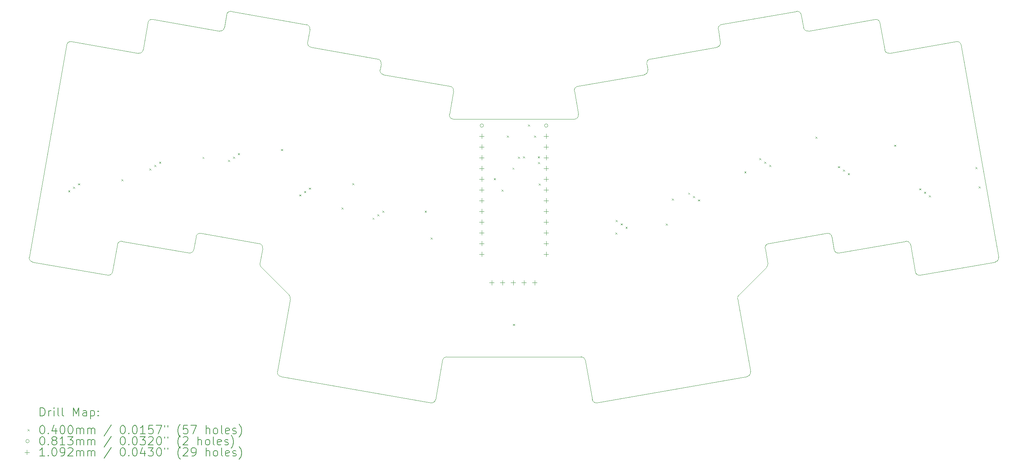
<source format=gbr>
%TF.GenerationSoftware,KiCad,Pcbnew,7.0.6*%
%TF.CreationDate,2023-07-14T18:55:36+02:00*%
%TF.ProjectId,Choc34SB,43686f63-3334-4534-922e-6b696361645f,rev?*%
%TF.SameCoordinates,Original*%
%TF.FileFunction,Drillmap*%
%TF.FilePolarity,Positive*%
%FSLAX45Y45*%
G04 Gerber Fmt 4.5, Leading zero omitted, Abs format (unit mm)*
G04 Created by KiCad (PCBNEW 7.0.6) date 2023-07-14 18:55:36*
%MOMM*%
%LPD*%
G01*
G04 APERTURE LIST*
%ADD10C,0.010000*%
%ADD11C,0.200000*%
%ADD12C,0.040000*%
%ADD13C,0.081280*%
%ADD14C,0.109220*%
G04 APERTURE END LIST*
D10*
X20076700Y-5530759D02*
X18499542Y-5808853D01*
X6734166Y-4871151D02*
G75*
G03*
X6618320Y-4952270I-17366J-98479D01*
G01*
X21282015Y-10647375D02*
X21219817Y-10294633D01*
X9297157Y-10735181D02*
X9957056Y-11400112D01*
X17244258Y-13950523D02*
X20789565Y-13325388D01*
X9984559Y-11487918D02*
G75*
G03*
X9957056Y-11400112I-98499J17358D01*
G01*
X24885440Y-10927722D02*
X26658094Y-10615155D01*
X16785928Y-6456257D02*
G75*
G03*
X16704812Y-6572101I17382J-98493D01*
G01*
X22072134Y-4762585D02*
G75*
G03*
X21956289Y-4681469I-98474J-17355D01*
G01*
X10395312Y-5415170D02*
G75*
G03*
X10476435Y-5531017I98488J-17360D01*
G01*
X13750572Y-7118175D02*
G75*
G03*
X13849050Y-7235539I98468J-17375D01*
G01*
X24656728Y-10206479D02*
G75*
G03*
X24540878Y-10125365I-98498J-17391D01*
G01*
X13846853Y-6572100D02*
G75*
G03*
X13765741Y-6456255I-98474J17370D01*
G01*
X4698066Y-5476790D02*
X3812460Y-10499309D01*
X13685388Y-12858672D02*
X16866282Y-12858671D01*
X7872007Y-9935679D02*
X9250737Y-10178787D01*
X9269654Y-10647375D02*
G75*
G03*
X9297157Y-10735181I98476J-17365D01*
G01*
X7702331Y-10322086D02*
X7756161Y-10016796D01*
X26739210Y-10499309D02*
X25853604Y-5476790D01*
X25737759Y-5395674D02*
X24162067Y-5673511D01*
X12108937Y-6062573D02*
G75*
G03*
X12190048Y-6178418I98493J-17357D01*
G01*
X21254516Y-10735185D02*
G75*
G03*
X21282015Y-10647375I-70966J70435D01*
G01*
X18499541Y-5808846D02*
G75*
G03*
X18418426Y-5924699I17369J-98484D01*
G01*
X22125970Y-5067874D02*
G75*
G03*
X22241811Y-5148991I98480J17364D01*
G01*
X24656723Y-10206480D02*
X24769595Y-10846605D01*
X9762105Y-13325389D02*
X13307412Y-13950522D01*
X18361623Y-6178421D02*
G75*
G03*
X18442737Y-6062573I-17353J98472D01*
G01*
X20076701Y-5530766D02*
G75*
G03*
X20158065Y-5416391I-17371J98486D01*
G01*
X9331854Y-10294633D02*
X9269655Y-10647375D01*
X17128412Y-13869407D02*
G75*
G03*
X17244258Y-13950523I98468J17347D01*
G01*
X24046227Y-5592393D02*
G75*
G03*
X24162067Y-5673511I98473J17353D01*
G01*
X16964768Y-12941305D02*
G75*
G03*
X16866282Y-12858671I-98488J-17375D01*
G01*
X20594615Y-11400111D02*
X21254513Y-10735182D01*
X23817504Y-4871154D02*
X22241811Y-5148991D01*
X13685388Y-12858670D02*
G75*
G03*
X13586907Y-12941307I-8J-99990D01*
G01*
X22795507Y-10016795D02*
G75*
G03*
X22679663Y-9935679I-98487J-17375D01*
G01*
X6010792Y-10125364D02*
X7586485Y-10403202D01*
X6010793Y-10125358D02*
G75*
G03*
X5894947Y-10206480I-17363J-98483D01*
G01*
X7872007Y-9935678D02*
G75*
G03*
X7756161Y-10016796I-17357J-98492D01*
G01*
X23933344Y-4952271D02*
G75*
G03*
X23817504Y-4871154I-98484J-17369D01*
G01*
X10395319Y-5415172D02*
X10449150Y-5109881D01*
X12052127Y-5808854D02*
X10476435Y-5531017D01*
X5666229Y-10927727D02*
G75*
G03*
X5782076Y-10846605I17361J98487D01*
G01*
X21300933Y-10178788D02*
G75*
G03*
X21219817Y-10294633I17368J-98482D01*
G01*
X16702619Y-7235540D02*
X13849050Y-7235539D01*
X16702619Y-7235542D02*
G75*
G03*
X16801100Y-7118174I11J99992D01*
G01*
X24046221Y-5592394D02*
X23933350Y-4952270D01*
X8479535Y-4762584D02*
X8425704Y-5067874D01*
X22849342Y-10322085D02*
G75*
G03*
X22965185Y-10403201I98488J17375D01*
G01*
X9331854Y-10294633D02*
G75*
G03*
X9250737Y-10178787I-98484J17363D01*
G01*
X18361622Y-6178418D02*
X16785928Y-6456256D01*
X20189700Y-4992966D02*
G75*
G03*
X20108336Y-5107333I17370J-98484D01*
G01*
X22125966Y-5067875D02*
X22072135Y-4762585D01*
X6618320Y-4952270D02*
X6505448Y-5592395D01*
X3812459Y-10499309D02*
G75*
G03*
X3893575Y-10615154I98471J-17371D01*
G01*
X16704812Y-6572101D02*
X16801100Y-7118174D01*
X18418426Y-5924699D02*
X18442737Y-6062573D01*
X10368034Y-4994035D02*
X8595380Y-4681469D01*
X16964763Y-12941306D02*
X17128412Y-13869407D01*
X13423259Y-13869406D02*
X13586907Y-12941307D01*
X8595380Y-4681467D02*
G75*
G03*
X8479535Y-4762584I-17370J-98473D01*
G01*
X6389604Y-5673511D02*
X4813911Y-5395673D01*
X26658094Y-10615154D02*
G75*
G03*
X26739210Y-10499309I-17384J98494D01*
G01*
X20108336Y-5107333D02*
X20158066Y-5416391D01*
X6389603Y-5673512D02*
G75*
G03*
X6505448Y-5592395I17357J98492D01*
G01*
X20789565Y-13325384D02*
G75*
G03*
X20870682Y-13209543I-17355J98474D01*
G01*
X12108933Y-6062572D02*
X12133243Y-5924700D01*
X5782076Y-10846605D02*
X5894947Y-10206480D01*
X21300932Y-10178787D02*
X22679663Y-9935679D01*
X24769595Y-10846605D02*
G75*
G03*
X24885440Y-10927722I98475J17355D01*
G01*
X7586484Y-10403204D02*
G75*
G03*
X7702331Y-10322086I17356J98494D01*
G01*
X21956289Y-4681469D02*
X20189700Y-4992966D01*
X10449152Y-5109881D02*
G75*
G03*
X10368034Y-4994035I-98472J17371D01*
G01*
X25853600Y-5476791D02*
G75*
G03*
X25737759Y-5395674I-98470J-17349D01*
G01*
X22795509Y-10016795D02*
X22849339Y-10322086D01*
X22965185Y-10403201D02*
X24540878Y-10125365D01*
X8309858Y-5148991D02*
G75*
G03*
X8425704Y-5067874I17372J98471D01*
G01*
X13765741Y-6456255D02*
X12190048Y-6178418D01*
X3893575Y-10615154D02*
X5666230Y-10927722D01*
X8309858Y-5148991D02*
X6734166Y-4871154D01*
X13307413Y-13950518D02*
G75*
G03*
X13423259Y-13869406I17367J98478D01*
G01*
X9984558Y-11487917D02*
X9680988Y-13209543D01*
X13750570Y-7118175D02*
X13846858Y-6572101D01*
X20870682Y-13209543D02*
X20567112Y-11487917D01*
X9680988Y-13209543D02*
G75*
G03*
X9762105Y-13325389I98492J-17357D01*
G01*
X4813912Y-5395666D02*
G75*
G03*
X4698066Y-5476790I-17362J-98484D01*
G01*
X12133243Y-5924700D02*
G75*
G03*
X12052127Y-5808854I-98503J17350D01*
G01*
X20594618Y-11400114D02*
G75*
G03*
X20567112Y-11487917I70952J-70436D01*
G01*
D11*
D12*
X4732858Y-8915675D02*
X4772858Y-8955675D01*
X4772858Y-8915675D02*
X4732858Y-8955675D01*
X4848704Y-8834559D02*
X4888704Y-8874559D01*
X4888704Y-8834559D02*
X4848704Y-8874559D01*
X4964549Y-8753443D02*
X5004549Y-8793443D01*
X5004549Y-8753443D02*
X4964549Y-8793443D01*
X5988193Y-8655510D02*
X6028193Y-8695510D01*
X6028193Y-8655510D02*
X5988193Y-8695510D01*
X6651376Y-8401003D02*
X6691376Y-8441003D01*
X6691376Y-8401003D02*
X6651376Y-8441003D01*
X6767222Y-8319887D02*
X6807222Y-8359887D01*
X6807222Y-8319887D02*
X6767222Y-8359887D01*
X6883067Y-8238771D02*
X6923067Y-8278771D01*
X6923067Y-8238771D02*
X6883067Y-8278771D01*
X7909316Y-8126065D02*
X7949316Y-8166065D01*
X7949316Y-8126065D02*
X7909316Y-8166065D01*
X8514327Y-8201470D02*
X8554327Y-8241470D01*
X8554327Y-8201470D02*
X8514327Y-8241470D01*
X8630172Y-8120354D02*
X8670172Y-8160354D01*
X8670172Y-8120354D02*
X8630172Y-8160354D01*
X8746018Y-8039238D02*
X8786018Y-8079238D01*
X8786018Y-8039238D02*
X8746018Y-8079238D01*
X9769663Y-7941304D02*
X9809663Y-7981304D01*
X9809663Y-7941304D02*
X9769663Y-7981304D01*
X10198421Y-9016288D02*
X10238421Y-9056288D01*
X10238421Y-9016288D02*
X10198421Y-9056288D01*
X10314266Y-8935172D02*
X10354266Y-8975172D01*
X10354266Y-8935172D02*
X10314266Y-8975172D01*
X10430112Y-8854057D02*
X10470112Y-8894057D01*
X10470112Y-8854057D02*
X10430112Y-8894057D01*
X11195566Y-9323597D02*
X11235566Y-9363597D01*
X11235566Y-9323597D02*
X11195566Y-9363597D01*
X11454624Y-8751199D02*
X11494624Y-8791199D01*
X11494624Y-8751199D02*
X11454624Y-8791199D01*
X11929399Y-9565209D02*
X11969399Y-9605209D01*
X11969399Y-9565209D02*
X11929399Y-9605209D01*
X12045244Y-9484093D02*
X12085244Y-9524093D01*
X12085244Y-9484093D02*
X12045244Y-9524093D01*
X12161090Y-9402977D02*
X12201090Y-9442977D01*
X12201090Y-9402977D02*
X12161090Y-9442977D01*
X13167370Y-9403524D02*
X13207370Y-9443524D01*
X13207370Y-9403524D02*
X13167370Y-9443524D01*
X13305981Y-10036603D02*
X13345981Y-10076603D01*
X13345981Y-10036603D02*
X13305981Y-10076603D01*
X14801462Y-8632011D02*
X14841462Y-8672011D01*
X14841462Y-8632011D02*
X14801462Y-8672011D01*
X14981462Y-8902011D02*
X15021462Y-8942011D01*
X15021462Y-8902011D02*
X14981462Y-8942011D01*
X15111462Y-7622010D02*
X15151462Y-7662010D01*
X15151462Y-7622010D02*
X15111462Y-7662010D01*
X15241462Y-8382010D02*
X15281462Y-8422010D01*
X15281462Y-8382010D02*
X15241462Y-8422010D01*
X15254387Y-12079804D02*
X15294387Y-12119804D01*
X15294387Y-12079804D02*
X15254387Y-12119804D01*
X15371462Y-8122010D02*
X15411462Y-8162010D01*
X15411462Y-8122010D02*
X15371462Y-8162010D01*
X15491462Y-8112010D02*
X15531462Y-8152010D01*
X15531462Y-8112010D02*
X15491462Y-8152010D01*
X15611462Y-7362010D02*
X15651462Y-7402010D01*
X15651462Y-7362010D02*
X15611462Y-7402010D01*
X15751462Y-7622010D02*
X15791462Y-7662010D01*
X15791462Y-7622010D02*
X15751462Y-7662010D01*
X15841463Y-8112010D02*
X15881463Y-8152010D01*
X15881463Y-8112010D02*
X15841463Y-8152010D01*
X15844387Y-8249804D02*
X15884387Y-8289804D01*
X15884387Y-8249804D02*
X15844387Y-8289804D01*
X15864150Y-8759327D02*
X15904150Y-8799327D01*
X15904150Y-8759327D02*
X15864150Y-8799327D01*
X17674538Y-9914689D02*
X17714538Y-9954689D01*
X17714538Y-9914689D02*
X17674538Y-9954689D01*
X17683451Y-9620009D02*
X17723451Y-9660009D01*
X17723451Y-9620009D02*
X17683451Y-9660009D01*
X17799296Y-9701126D02*
X17839296Y-9741126D01*
X17839296Y-9701126D02*
X17799296Y-9741126D01*
X17915142Y-9782241D02*
X17955142Y-9822241D01*
X17955142Y-9782241D02*
X17915142Y-9822241D01*
X18866706Y-9707696D02*
X18906706Y-9747696D01*
X18906706Y-9707696D02*
X18866706Y-9747696D01*
X19012048Y-9110719D02*
X19052048Y-9150719D01*
X19052048Y-9110719D02*
X19012048Y-9150719D01*
X19397064Y-8972609D02*
X19437064Y-9012609D01*
X19437064Y-8972609D02*
X19397064Y-9012609D01*
X19512909Y-9053724D02*
X19552909Y-9093724D01*
X19552909Y-9053724D02*
X19512909Y-9093724D01*
X19628755Y-9134840D02*
X19668755Y-9174840D01*
X19668755Y-9134840D02*
X19628755Y-9174840D01*
X20726530Y-8468241D02*
X20766530Y-8508241D01*
X20766530Y-8468241D02*
X20726530Y-8508241D01*
X21081158Y-8157789D02*
X21121158Y-8197789D01*
X21121158Y-8157789D02*
X21081158Y-8197789D01*
X21197003Y-8238905D02*
X21237003Y-8278905D01*
X21237003Y-8238905D02*
X21197003Y-8278905D01*
X21312849Y-8320021D02*
X21352849Y-8360021D01*
X21352849Y-8320021D02*
X21312849Y-8360021D01*
X22409755Y-7648499D02*
X22449755Y-7688499D01*
X22449755Y-7648499D02*
X22409755Y-7688499D01*
X22942371Y-8347475D02*
X22982371Y-8387475D01*
X22982371Y-8347475D02*
X22942371Y-8387475D01*
X23058217Y-8428591D02*
X23098217Y-8468591D01*
X23098217Y-8428591D02*
X23058217Y-8468591D01*
X23174063Y-8509707D02*
X23214063Y-8549707D01*
X23214063Y-8509707D02*
X23174063Y-8549707D01*
X24270969Y-7838184D02*
X24310969Y-7878184D01*
X24310969Y-7838184D02*
X24270969Y-7878184D01*
X24862627Y-8871995D02*
X24902627Y-8911995D01*
X24902627Y-8871995D02*
X24862627Y-8911995D01*
X24978472Y-8953111D02*
X25018472Y-8993111D01*
X25018472Y-8953111D02*
X24978472Y-8993111D01*
X25094317Y-9034227D02*
X25134317Y-9074227D01*
X25134317Y-9034227D02*
X25094317Y-9074227D01*
X26192093Y-8367627D02*
X26232093Y-8407628D01*
X26232093Y-8367627D02*
X26192093Y-8407628D01*
X26271163Y-8828396D02*
X26311163Y-8868396D01*
X26311163Y-8828396D02*
X26271163Y-8868396D01*
D13*
X14555508Y-7385871D02*
G75*
G03*
X14555508Y-7385871I-40640J0D01*
G01*
X16078858Y-7385871D02*
G75*
G03*
X16078858Y-7385871I-40640J0D01*
G01*
D14*
X14513834Y-7582604D02*
X14513834Y-7691824D01*
X14459224Y-7637214D02*
X14568444Y-7637214D01*
X14513834Y-7836604D02*
X14513834Y-7945824D01*
X14459224Y-7891214D02*
X14568444Y-7891214D01*
X14513834Y-8090604D02*
X14513834Y-8199824D01*
X14459224Y-8145214D02*
X14568444Y-8145214D01*
X14513834Y-8344604D02*
X14513834Y-8453824D01*
X14459224Y-8399214D02*
X14568444Y-8399214D01*
X14513834Y-8598604D02*
X14513834Y-8707824D01*
X14459224Y-8653214D02*
X14568444Y-8653214D01*
X14513834Y-8852604D02*
X14513834Y-8961824D01*
X14459224Y-8907214D02*
X14568444Y-8907214D01*
X14513834Y-9106604D02*
X14513834Y-9215824D01*
X14459224Y-9161214D02*
X14568444Y-9161214D01*
X14513834Y-9360604D02*
X14513834Y-9469824D01*
X14459224Y-9415214D02*
X14568444Y-9415214D01*
X14513834Y-9614604D02*
X14513834Y-9723824D01*
X14459224Y-9669214D02*
X14568444Y-9669214D01*
X14513834Y-9868604D02*
X14513834Y-9977824D01*
X14459224Y-9923214D02*
X14568444Y-9923214D01*
X14513834Y-10122604D02*
X14513834Y-10231824D01*
X14459224Y-10177214D02*
X14568444Y-10177214D01*
X14513834Y-10376604D02*
X14513834Y-10485824D01*
X14459224Y-10431214D02*
X14568444Y-10431214D01*
X14751835Y-11050929D02*
X14751835Y-11160149D01*
X14697225Y-11105539D02*
X14806445Y-11105539D01*
X15005835Y-11050929D02*
X15005835Y-11160149D01*
X14951225Y-11105539D02*
X15060445Y-11105539D01*
X15259835Y-11050929D02*
X15259835Y-11160149D01*
X15205225Y-11105539D02*
X15314445Y-11105539D01*
X15513835Y-11050929D02*
X15513835Y-11160149D01*
X15459225Y-11105539D02*
X15568445Y-11105539D01*
X15767835Y-11050929D02*
X15767835Y-11160149D01*
X15713225Y-11105539D02*
X15822445Y-11105539D01*
X16037834Y-7582604D02*
X16037834Y-7691824D01*
X15983224Y-7637214D02*
X16092444Y-7637214D01*
X16037834Y-7836604D02*
X16037834Y-7945824D01*
X15983224Y-7891214D02*
X16092444Y-7891214D01*
X16037834Y-8090604D02*
X16037834Y-8199824D01*
X15983224Y-8145214D02*
X16092444Y-8145214D01*
X16037834Y-8344604D02*
X16037834Y-8453824D01*
X15983224Y-8399214D02*
X16092444Y-8399214D01*
X16037834Y-8598604D02*
X16037834Y-8707824D01*
X15983224Y-8653214D02*
X16092444Y-8653214D01*
X16037834Y-8852604D02*
X16037834Y-8961824D01*
X15983224Y-8907214D02*
X16092444Y-8907214D01*
X16037834Y-9106604D02*
X16037834Y-9215824D01*
X15983224Y-9161214D02*
X16092444Y-9161214D01*
X16037834Y-9360604D02*
X16037834Y-9469824D01*
X15983224Y-9415214D02*
X16092444Y-9415214D01*
X16037834Y-9614604D02*
X16037834Y-9723824D01*
X15983224Y-9669214D02*
X16092444Y-9669214D01*
X16037834Y-9868604D02*
X16037834Y-9977824D01*
X15983224Y-9923214D02*
X16092444Y-9923214D01*
X16037834Y-10122604D02*
X16037834Y-10231824D01*
X15983224Y-10177214D02*
X16092444Y-10177214D01*
X16037834Y-10376604D02*
X16037834Y-10485824D01*
X15983224Y-10431214D02*
X16092444Y-10431214D01*
D11*
X4071215Y-14264028D02*
X4071215Y-14064028D01*
X4071215Y-14064028D02*
X4118834Y-14064028D01*
X4118834Y-14064028D02*
X4147405Y-14073552D01*
X4147405Y-14073552D02*
X4166453Y-14092600D01*
X4166453Y-14092600D02*
X4175977Y-14111647D01*
X4175977Y-14111647D02*
X4185501Y-14149742D01*
X4185501Y-14149742D02*
X4185501Y-14178314D01*
X4185501Y-14178314D02*
X4175977Y-14216409D01*
X4175977Y-14216409D02*
X4166453Y-14235457D01*
X4166453Y-14235457D02*
X4147405Y-14254504D01*
X4147405Y-14254504D02*
X4118834Y-14264028D01*
X4118834Y-14264028D02*
X4071215Y-14264028D01*
X4271215Y-14264028D02*
X4271215Y-14130695D01*
X4271215Y-14168790D02*
X4280739Y-14149742D01*
X4280739Y-14149742D02*
X4290263Y-14140219D01*
X4290263Y-14140219D02*
X4309310Y-14130695D01*
X4309310Y-14130695D02*
X4328358Y-14130695D01*
X4395025Y-14264028D02*
X4395025Y-14130695D01*
X4395025Y-14064028D02*
X4385501Y-14073552D01*
X4385501Y-14073552D02*
X4395025Y-14083076D01*
X4395025Y-14083076D02*
X4404548Y-14073552D01*
X4404548Y-14073552D02*
X4395025Y-14064028D01*
X4395025Y-14064028D02*
X4395025Y-14083076D01*
X4518834Y-14264028D02*
X4499786Y-14254504D01*
X4499786Y-14254504D02*
X4490263Y-14235457D01*
X4490263Y-14235457D02*
X4490263Y-14064028D01*
X4623596Y-14264028D02*
X4604548Y-14254504D01*
X4604548Y-14254504D02*
X4595025Y-14235457D01*
X4595025Y-14235457D02*
X4595025Y-14064028D01*
X4852167Y-14264028D02*
X4852167Y-14064028D01*
X4852167Y-14064028D02*
X4918834Y-14206885D01*
X4918834Y-14206885D02*
X4985501Y-14064028D01*
X4985501Y-14064028D02*
X4985501Y-14264028D01*
X5166453Y-14264028D02*
X5166453Y-14159266D01*
X5166453Y-14159266D02*
X5156929Y-14140219D01*
X5156929Y-14140219D02*
X5137882Y-14130695D01*
X5137882Y-14130695D02*
X5099786Y-14130695D01*
X5099786Y-14130695D02*
X5080739Y-14140219D01*
X5166453Y-14254504D02*
X5147406Y-14264028D01*
X5147406Y-14264028D02*
X5099786Y-14264028D01*
X5099786Y-14264028D02*
X5080739Y-14254504D01*
X5080739Y-14254504D02*
X5071215Y-14235457D01*
X5071215Y-14235457D02*
X5071215Y-14216409D01*
X5071215Y-14216409D02*
X5080739Y-14197362D01*
X5080739Y-14197362D02*
X5099786Y-14187838D01*
X5099786Y-14187838D02*
X5147406Y-14187838D01*
X5147406Y-14187838D02*
X5166453Y-14178314D01*
X5261691Y-14130695D02*
X5261691Y-14330695D01*
X5261691Y-14140219D02*
X5280739Y-14130695D01*
X5280739Y-14130695D02*
X5318834Y-14130695D01*
X5318834Y-14130695D02*
X5337882Y-14140219D01*
X5337882Y-14140219D02*
X5347406Y-14149742D01*
X5347406Y-14149742D02*
X5356929Y-14168790D01*
X5356929Y-14168790D02*
X5356929Y-14225933D01*
X5356929Y-14225933D02*
X5347406Y-14244981D01*
X5347406Y-14244981D02*
X5337882Y-14254504D01*
X5337882Y-14254504D02*
X5318834Y-14264028D01*
X5318834Y-14264028D02*
X5280739Y-14264028D01*
X5280739Y-14264028D02*
X5261691Y-14254504D01*
X5442644Y-14244981D02*
X5452167Y-14254504D01*
X5452167Y-14254504D02*
X5442644Y-14264028D01*
X5442644Y-14264028D02*
X5433120Y-14254504D01*
X5433120Y-14254504D02*
X5442644Y-14244981D01*
X5442644Y-14244981D02*
X5442644Y-14264028D01*
X5442644Y-14140219D02*
X5452167Y-14149742D01*
X5452167Y-14149742D02*
X5442644Y-14159266D01*
X5442644Y-14159266D02*
X5433120Y-14149742D01*
X5433120Y-14149742D02*
X5442644Y-14140219D01*
X5442644Y-14140219D02*
X5442644Y-14159266D01*
D12*
X3770438Y-14572544D02*
X3810438Y-14612544D01*
X3810438Y-14572544D02*
X3770438Y-14612544D01*
D11*
X4109310Y-14484028D02*
X4128358Y-14484028D01*
X4128358Y-14484028D02*
X4147405Y-14493552D01*
X4147405Y-14493552D02*
X4156929Y-14503076D01*
X4156929Y-14503076D02*
X4166453Y-14522123D01*
X4166453Y-14522123D02*
X4175977Y-14560219D01*
X4175977Y-14560219D02*
X4175977Y-14607838D01*
X4175977Y-14607838D02*
X4166453Y-14645933D01*
X4166453Y-14645933D02*
X4156929Y-14664981D01*
X4156929Y-14664981D02*
X4147405Y-14674504D01*
X4147405Y-14674504D02*
X4128358Y-14684028D01*
X4128358Y-14684028D02*
X4109310Y-14684028D01*
X4109310Y-14684028D02*
X4090263Y-14674504D01*
X4090263Y-14674504D02*
X4080739Y-14664981D01*
X4080739Y-14664981D02*
X4071215Y-14645933D01*
X4071215Y-14645933D02*
X4061691Y-14607838D01*
X4061691Y-14607838D02*
X4061691Y-14560219D01*
X4061691Y-14560219D02*
X4071215Y-14522123D01*
X4071215Y-14522123D02*
X4080739Y-14503076D01*
X4080739Y-14503076D02*
X4090263Y-14493552D01*
X4090263Y-14493552D02*
X4109310Y-14484028D01*
X4261691Y-14664981D02*
X4271215Y-14674504D01*
X4271215Y-14674504D02*
X4261691Y-14684028D01*
X4261691Y-14684028D02*
X4252167Y-14674504D01*
X4252167Y-14674504D02*
X4261691Y-14664981D01*
X4261691Y-14664981D02*
X4261691Y-14684028D01*
X4442644Y-14550695D02*
X4442644Y-14684028D01*
X4395025Y-14474504D02*
X4347406Y-14617362D01*
X4347406Y-14617362D02*
X4471215Y-14617362D01*
X4585501Y-14484028D02*
X4604548Y-14484028D01*
X4604548Y-14484028D02*
X4623596Y-14493552D01*
X4623596Y-14493552D02*
X4633120Y-14503076D01*
X4633120Y-14503076D02*
X4642644Y-14522123D01*
X4642644Y-14522123D02*
X4652167Y-14560219D01*
X4652167Y-14560219D02*
X4652167Y-14607838D01*
X4652167Y-14607838D02*
X4642644Y-14645933D01*
X4642644Y-14645933D02*
X4633120Y-14664981D01*
X4633120Y-14664981D02*
X4623596Y-14674504D01*
X4623596Y-14674504D02*
X4604548Y-14684028D01*
X4604548Y-14684028D02*
X4585501Y-14684028D01*
X4585501Y-14684028D02*
X4566453Y-14674504D01*
X4566453Y-14674504D02*
X4556929Y-14664981D01*
X4556929Y-14664981D02*
X4547406Y-14645933D01*
X4547406Y-14645933D02*
X4537882Y-14607838D01*
X4537882Y-14607838D02*
X4537882Y-14560219D01*
X4537882Y-14560219D02*
X4547406Y-14522123D01*
X4547406Y-14522123D02*
X4556929Y-14503076D01*
X4556929Y-14503076D02*
X4566453Y-14493552D01*
X4566453Y-14493552D02*
X4585501Y-14484028D01*
X4775977Y-14484028D02*
X4795025Y-14484028D01*
X4795025Y-14484028D02*
X4814072Y-14493552D01*
X4814072Y-14493552D02*
X4823596Y-14503076D01*
X4823596Y-14503076D02*
X4833120Y-14522123D01*
X4833120Y-14522123D02*
X4842644Y-14560219D01*
X4842644Y-14560219D02*
X4842644Y-14607838D01*
X4842644Y-14607838D02*
X4833120Y-14645933D01*
X4833120Y-14645933D02*
X4823596Y-14664981D01*
X4823596Y-14664981D02*
X4814072Y-14674504D01*
X4814072Y-14674504D02*
X4795025Y-14684028D01*
X4795025Y-14684028D02*
X4775977Y-14684028D01*
X4775977Y-14684028D02*
X4756929Y-14674504D01*
X4756929Y-14674504D02*
X4747406Y-14664981D01*
X4747406Y-14664981D02*
X4737882Y-14645933D01*
X4737882Y-14645933D02*
X4728358Y-14607838D01*
X4728358Y-14607838D02*
X4728358Y-14560219D01*
X4728358Y-14560219D02*
X4737882Y-14522123D01*
X4737882Y-14522123D02*
X4747406Y-14503076D01*
X4747406Y-14503076D02*
X4756929Y-14493552D01*
X4756929Y-14493552D02*
X4775977Y-14484028D01*
X4928358Y-14684028D02*
X4928358Y-14550695D01*
X4928358Y-14569742D02*
X4937882Y-14560219D01*
X4937882Y-14560219D02*
X4956929Y-14550695D01*
X4956929Y-14550695D02*
X4985501Y-14550695D01*
X4985501Y-14550695D02*
X5004548Y-14560219D01*
X5004548Y-14560219D02*
X5014072Y-14579266D01*
X5014072Y-14579266D02*
X5014072Y-14684028D01*
X5014072Y-14579266D02*
X5023596Y-14560219D01*
X5023596Y-14560219D02*
X5042644Y-14550695D01*
X5042644Y-14550695D02*
X5071215Y-14550695D01*
X5071215Y-14550695D02*
X5090263Y-14560219D01*
X5090263Y-14560219D02*
X5099787Y-14579266D01*
X5099787Y-14579266D02*
X5099787Y-14684028D01*
X5195025Y-14684028D02*
X5195025Y-14550695D01*
X5195025Y-14569742D02*
X5204548Y-14560219D01*
X5204548Y-14560219D02*
X5223596Y-14550695D01*
X5223596Y-14550695D02*
X5252168Y-14550695D01*
X5252168Y-14550695D02*
X5271215Y-14560219D01*
X5271215Y-14560219D02*
X5280739Y-14579266D01*
X5280739Y-14579266D02*
X5280739Y-14684028D01*
X5280739Y-14579266D02*
X5290263Y-14560219D01*
X5290263Y-14560219D02*
X5309310Y-14550695D01*
X5309310Y-14550695D02*
X5337882Y-14550695D01*
X5337882Y-14550695D02*
X5356929Y-14560219D01*
X5356929Y-14560219D02*
X5366453Y-14579266D01*
X5366453Y-14579266D02*
X5366453Y-14684028D01*
X5756929Y-14474504D02*
X5585501Y-14731647D01*
X6014072Y-14484028D02*
X6033120Y-14484028D01*
X6033120Y-14484028D02*
X6052168Y-14493552D01*
X6052168Y-14493552D02*
X6061691Y-14503076D01*
X6061691Y-14503076D02*
X6071215Y-14522123D01*
X6071215Y-14522123D02*
X6080739Y-14560219D01*
X6080739Y-14560219D02*
X6080739Y-14607838D01*
X6080739Y-14607838D02*
X6071215Y-14645933D01*
X6071215Y-14645933D02*
X6061691Y-14664981D01*
X6061691Y-14664981D02*
X6052168Y-14674504D01*
X6052168Y-14674504D02*
X6033120Y-14684028D01*
X6033120Y-14684028D02*
X6014072Y-14684028D01*
X6014072Y-14684028D02*
X5995025Y-14674504D01*
X5995025Y-14674504D02*
X5985501Y-14664981D01*
X5985501Y-14664981D02*
X5975977Y-14645933D01*
X5975977Y-14645933D02*
X5966453Y-14607838D01*
X5966453Y-14607838D02*
X5966453Y-14560219D01*
X5966453Y-14560219D02*
X5975977Y-14522123D01*
X5975977Y-14522123D02*
X5985501Y-14503076D01*
X5985501Y-14503076D02*
X5995025Y-14493552D01*
X5995025Y-14493552D02*
X6014072Y-14484028D01*
X6166453Y-14664981D02*
X6175977Y-14674504D01*
X6175977Y-14674504D02*
X6166453Y-14684028D01*
X6166453Y-14684028D02*
X6156929Y-14674504D01*
X6156929Y-14674504D02*
X6166453Y-14664981D01*
X6166453Y-14664981D02*
X6166453Y-14684028D01*
X6299787Y-14484028D02*
X6318834Y-14484028D01*
X6318834Y-14484028D02*
X6337882Y-14493552D01*
X6337882Y-14493552D02*
X6347406Y-14503076D01*
X6347406Y-14503076D02*
X6356929Y-14522123D01*
X6356929Y-14522123D02*
X6366453Y-14560219D01*
X6366453Y-14560219D02*
X6366453Y-14607838D01*
X6366453Y-14607838D02*
X6356929Y-14645933D01*
X6356929Y-14645933D02*
X6347406Y-14664981D01*
X6347406Y-14664981D02*
X6337882Y-14674504D01*
X6337882Y-14674504D02*
X6318834Y-14684028D01*
X6318834Y-14684028D02*
X6299787Y-14684028D01*
X6299787Y-14684028D02*
X6280739Y-14674504D01*
X6280739Y-14674504D02*
X6271215Y-14664981D01*
X6271215Y-14664981D02*
X6261691Y-14645933D01*
X6261691Y-14645933D02*
X6252168Y-14607838D01*
X6252168Y-14607838D02*
X6252168Y-14560219D01*
X6252168Y-14560219D02*
X6261691Y-14522123D01*
X6261691Y-14522123D02*
X6271215Y-14503076D01*
X6271215Y-14503076D02*
X6280739Y-14493552D01*
X6280739Y-14493552D02*
X6299787Y-14484028D01*
X6556929Y-14684028D02*
X6442644Y-14684028D01*
X6499787Y-14684028D02*
X6499787Y-14484028D01*
X6499787Y-14484028D02*
X6480739Y-14512600D01*
X6480739Y-14512600D02*
X6461691Y-14531647D01*
X6461691Y-14531647D02*
X6442644Y-14541171D01*
X6737882Y-14484028D02*
X6642644Y-14484028D01*
X6642644Y-14484028D02*
X6633120Y-14579266D01*
X6633120Y-14579266D02*
X6642644Y-14569742D01*
X6642644Y-14569742D02*
X6661691Y-14560219D01*
X6661691Y-14560219D02*
X6709310Y-14560219D01*
X6709310Y-14560219D02*
X6728358Y-14569742D01*
X6728358Y-14569742D02*
X6737882Y-14579266D01*
X6737882Y-14579266D02*
X6747406Y-14598314D01*
X6747406Y-14598314D02*
X6747406Y-14645933D01*
X6747406Y-14645933D02*
X6737882Y-14664981D01*
X6737882Y-14664981D02*
X6728358Y-14674504D01*
X6728358Y-14674504D02*
X6709310Y-14684028D01*
X6709310Y-14684028D02*
X6661691Y-14684028D01*
X6661691Y-14684028D02*
X6642644Y-14674504D01*
X6642644Y-14674504D02*
X6633120Y-14664981D01*
X6814072Y-14484028D02*
X6947406Y-14484028D01*
X6947406Y-14484028D02*
X6861691Y-14684028D01*
X7014072Y-14484028D02*
X7014072Y-14522123D01*
X7090263Y-14484028D02*
X7090263Y-14522123D01*
X7385501Y-14760219D02*
X7375977Y-14750695D01*
X7375977Y-14750695D02*
X7356930Y-14722123D01*
X7356930Y-14722123D02*
X7347406Y-14703076D01*
X7347406Y-14703076D02*
X7337882Y-14674504D01*
X7337882Y-14674504D02*
X7328358Y-14626885D01*
X7328358Y-14626885D02*
X7328358Y-14588790D01*
X7328358Y-14588790D02*
X7337882Y-14541171D01*
X7337882Y-14541171D02*
X7347406Y-14512600D01*
X7347406Y-14512600D02*
X7356930Y-14493552D01*
X7356930Y-14493552D02*
X7375977Y-14464981D01*
X7375977Y-14464981D02*
X7385501Y-14455457D01*
X7556930Y-14484028D02*
X7461691Y-14484028D01*
X7461691Y-14484028D02*
X7452168Y-14579266D01*
X7452168Y-14579266D02*
X7461691Y-14569742D01*
X7461691Y-14569742D02*
X7480739Y-14560219D01*
X7480739Y-14560219D02*
X7528358Y-14560219D01*
X7528358Y-14560219D02*
X7547406Y-14569742D01*
X7547406Y-14569742D02*
X7556930Y-14579266D01*
X7556930Y-14579266D02*
X7566453Y-14598314D01*
X7566453Y-14598314D02*
X7566453Y-14645933D01*
X7566453Y-14645933D02*
X7556930Y-14664981D01*
X7556930Y-14664981D02*
X7547406Y-14674504D01*
X7547406Y-14674504D02*
X7528358Y-14684028D01*
X7528358Y-14684028D02*
X7480739Y-14684028D01*
X7480739Y-14684028D02*
X7461691Y-14674504D01*
X7461691Y-14674504D02*
X7452168Y-14664981D01*
X7633120Y-14484028D02*
X7766453Y-14484028D01*
X7766453Y-14484028D02*
X7680739Y-14684028D01*
X7995025Y-14684028D02*
X7995025Y-14484028D01*
X8080739Y-14684028D02*
X8080739Y-14579266D01*
X8080739Y-14579266D02*
X8071215Y-14560219D01*
X8071215Y-14560219D02*
X8052168Y-14550695D01*
X8052168Y-14550695D02*
X8023596Y-14550695D01*
X8023596Y-14550695D02*
X8004549Y-14560219D01*
X8004549Y-14560219D02*
X7995025Y-14569742D01*
X8204549Y-14684028D02*
X8185501Y-14674504D01*
X8185501Y-14674504D02*
X8175977Y-14664981D01*
X8175977Y-14664981D02*
X8166453Y-14645933D01*
X8166453Y-14645933D02*
X8166453Y-14588790D01*
X8166453Y-14588790D02*
X8175977Y-14569742D01*
X8175977Y-14569742D02*
X8185501Y-14560219D01*
X8185501Y-14560219D02*
X8204549Y-14550695D01*
X8204549Y-14550695D02*
X8233120Y-14550695D01*
X8233120Y-14550695D02*
X8252168Y-14560219D01*
X8252168Y-14560219D02*
X8261692Y-14569742D01*
X8261692Y-14569742D02*
X8271215Y-14588790D01*
X8271215Y-14588790D02*
X8271215Y-14645933D01*
X8271215Y-14645933D02*
X8261692Y-14664981D01*
X8261692Y-14664981D02*
X8252168Y-14674504D01*
X8252168Y-14674504D02*
X8233120Y-14684028D01*
X8233120Y-14684028D02*
X8204549Y-14684028D01*
X8385501Y-14684028D02*
X8366453Y-14674504D01*
X8366453Y-14674504D02*
X8356930Y-14655457D01*
X8356930Y-14655457D02*
X8356930Y-14484028D01*
X8537882Y-14674504D02*
X8518835Y-14684028D01*
X8518835Y-14684028D02*
X8480739Y-14684028D01*
X8480739Y-14684028D02*
X8461692Y-14674504D01*
X8461692Y-14674504D02*
X8452168Y-14655457D01*
X8452168Y-14655457D02*
X8452168Y-14579266D01*
X8452168Y-14579266D02*
X8461692Y-14560219D01*
X8461692Y-14560219D02*
X8480739Y-14550695D01*
X8480739Y-14550695D02*
X8518835Y-14550695D01*
X8518835Y-14550695D02*
X8537882Y-14560219D01*
X8537882Y-14560219D02*
X8547406Y-14579266D01*
X8547406Y-14579266D02*
X8547406Y-14598314D01*
X8547406Y-14598314D02*
X8452168Y-14617362D01*
X8623596Y-14674504D02*
X8642644Y-14684028D01*
X8642644Y-14684028D02*
X8680739Y-14684028D01*
X8680739Y-14684028D02*
X8699787Y-14674504D01*
X8699787Y-14674504D02*
X8709311Y-14655457D01*
X8709311Y-14655457D02*
X8709311Y-14645933D01*
X8709311Y-14645933D02*
X8699787Y-14626885D01*
X8699787Y-14626885D02*
X8680739Y-14617362D01*
X8680739Y-14617362D02*
X8652168Y-14617362D01*
X8652168Y-14617362D02*
X8633120Y-14607838D01*
X8633120Y-14607838D02*
X8623596Y-14588790D01*
X8623596Y-14588790D02*
X8623596Y-14579266D01*
X8623596Y-14579266D02*
X8633120Y-14560219D01*
X8633120Y-14560219D02*
X8652168Y-14550695D01*
X8652168Y-14550695D02*
X8680739Y-14550695D01*
X8680739Y-14550695D02*
X8699787Y-14560219D01*
X8775977Y-14760219D02*
X8785501Y-14750695D01*
X8785501Y-14750695D02*
X8804549Y-14722123D01*
X8804549Y-14722123D02*
X8814073Y-14703076D01*
X8814073Y-14703076D02*
X8823596Y-14674504D01*
X8823596Y-14674504D02*
X8833120Y-14626885D01*
X8833120Y-14626885D02*
X8833120Y-14588790D01*
X8833120Y-14588790D02*
X8823596Y-14541171D01*
X8823596Y-14541171D02*
X8814073Y-14512600D01*
X8814073Y-14512600D02*
X8804549Y-14493552D01*
X8804549Y-14493552D02*
X8785501Y-14464981D01*
X8785501Y-14464981D02*
X8775977Y-14455457D01*
D13*
X3810438Y-14856544D02*
G75*
G03*
X3810438Y-14856544I-40640J0D01*
G01*
D11*
X4109310Y-14748028D02*
X4128358Y-14748028D01*
X4128358Y-14748028D02*
X4147405Y-14757552D01*
X4147405Y-14757552D02*
X4156929Y-14767076D01*
X4156929Y-14767076D02*
X4166453Y-14786123D01*
X4166453Y-14786123D02*
X4175977Y-14824219D01*
X4175977Y-14824219D02*
X4175977Y-14871838D01*
X4175977Y-14871838D02*
X4166453Y-14909933D01*
X4166453Y-14909933D02*
X4156929Y-14928981D01*
X4156929Y-14928981D02*
X4147405Y-14938504D01*
X4147405Y-14938504D02*
X4128358Y-14948028D01*
X4128358Y-14948028D02*
X4109310Y-14948028D01*
X4109310Y-14948028D02*
X4090263Y-14938504D01*
X4090263Y-14938504D02*
X4080739Y-14928981D01*
X4080739Y-14928981D02*
X4071215Y-14909933D01*
X4071215Y-14909933D02*
X4061691Y-14871838D01*
X4061691Y-14871838D02*
X4061691Y-14824219D01*
X4061691Y-14824219D02*
X4071215Y-14786123D01*
X4071215Y-14786123D02*
X4080739Y-14767076D01*
X4080739Y-14767076D02*
X4090263Y-14757552D01*
X4090263Y-14757552D02*
X4109310Y-14748028D01*
X4261691Y-14928981D02*
X4271215Y-14938504D01*
X4271215Y-14938504D02*
X4261691Y-14948028D01*
X4261691Y-14948028D02*
X4252167Y-14938504D01*
X4252167Y-14938504D02*
X4261691Y-14928981D01*
X4261691Y-14928981D02*
X4261691Y-14948028D01*
X4385501Y-14833742D02*
X4366453Y-14824219D01*
X4366453Y-14824219D02*
X4356929Y-14814695D01*
X4356929Y-14814695D02*
X4347406Y-14795647D01*
X4347406Y-14795647D02*
X4347406Y-14786123D01*
X4347406Y-14786123D02*
X4356929Y-14767076D01*
X4356929Y-14767076D02*
X4366453Y-14757552D01*
X4366453Y-14757552D02*
X4385501Y-14748028D01*
X4385501Y-14748028D02*
X4423596Y-14748028D01*
X4423596Y-14748028D02*
X4442644Y-14757552D01*
X4442644Y-14757552D02*
X4452167Y-14767076D01*
X4452167Y-14767076D02*
X4461691Y-14786123D01*
X4461691Y-14786123D02*
X4461691Y-14795647D01*
X4461691Y-14795647D02*
X4452167Y-14814695D01*
X4452167Y-14814695D02*
X4442644Y-14824219D01*
X4442644Y-14824219D02*
X4423596Y-14833742D01*
X4423596Y-14833742D02*
X4385501Y-14833742D01*
X4385501Y-14833742D02*
X4366453Y-14843266D01*
X4366453Y-14843266D02*
X4356929Y-14852790D01*
X4356929Y-14852790D02*
X4347406Y-14871838D01*
X4347406Y-14871838D02*
X4347406Y-14909933D01*
X4347406Y-14909933D02*
X4356929Y-14928981D01*
X4356929Y-14928981D02*
X4366453Y-14938504D01*
X4366453Y-14938504D02*
X4385501Y-14948028D01*
X4385501Y-14948028D02*
X4423596Y-14948028D01*
X4423596Y-14948028D02*
X4442644Y-14938504D01*
X4442644Y-14938504D02*
X4452167Y-14928981D01*
X4452167Y-14928981D02*
X4461691Y-14909933D01*
X4461691Y-14909933D02*
X4461691Y-14871838D01*
X4461691Y-14871838D02*
X4452167Y-14852790D01*
X4452167Y-14852790D02*
X4442644Y-14843266D01*
X4442644Y-14843266D02*
X4423596Y-14833742D01*
X4652167Y-14948028D02*
X4537882Y-14948028D01*
X4595025Y-14948028D02*
X4595025Y-14748028D01*
X4595025Y-14748028D02*
X4575977Y-14776600D01*
X4575977Y-14776600D02*
X4556929Y-14795647D01*
X4556929Y-14795647D02*
X4537882Y-14805171D01*
X4718834Y-14748028D02*
X4842644Y-14748028D01*
X4842644Y-14748028D02*
X4775977Y-14824219D01*
X4775977Y-14824219D02*
X4804548Y-14824219D01*
X4804548Y-14824219D02*
X4823596Y-14833742D01*
X4823596Y-14833742D02*
X4833120Y-14843266D01*
X4833120Y-14843266D02*
X4842644Y-14862314D01*
X4842644Y-14862314D02*
X4842644Y-14909933D01*
X4842644Y-14909933D02*
X4833120Y-14928981D01*
X4833120Y-14928981D02*
X4823596Y-14938504D01*
X4823596Y-14938504D02*
X4804548Y-14948028D01*
X4804548Y-14948028D02*
X4747406Y-14948028D01*
X4747406Y-14948028D02*
X4728358Y-14938504D01*
X4728358Y-14938504D02*
X4718834Y-14928981D01*
X4928358Y-14948028D02*
X4928358Y-14814695D01*
X4928358Y-14833742D02*
X4937882Y-14824219D01*
X4937882Y-14824219D02*
X4956929Y-14814695D01*
X4956929Y-14814695D02*
X4985501Y-14814695D01*
X4985501Y-14814695D02*
X5004548Y-14824219D01*
X5004548Y-14824219D02*
X5014072Y-14843266D01*
X5014072Y-14843266D02*
X5014072Y-14948028D01*
X5014072Y-14843266D02*
X5023596Y-14824219D01*
X5023596Y-14824219D02*
X5042644Y-14814695D01*
X5042644Y-14814695D02*
X5071215Y-14814695D01*
X5071215Y-14814695D02*
X5090263Y-14824219D01*
X5090263Y-14824219D02*
X5099787Y-14843266D01*
X5099787Y-14843266D02*
X5099787Y-14948028D01*
X5195025Y-14948028D02*
X5195025Y-14814695D01*
X5195025Y-14833742D02*
X5204548Y-14824219D01*
X5204548Y-14824219D02*
X5223596Y-14814695D01*
X5223596Y-14814695D02*
X5252168Y-14814695D01*
X5252168Y-14814695D02*
X5271215Y-14824219D01*
X5271215Y-14824219D02*
X5280739Y-14843266D01*
X5280739Y-14843266D02*
X5280739Y-14948028D01*
X5280739Y-14843266D02*
X5290263Y-14824219D01*
X5290263Y-14824219D02*
X5309310Y-14814695D01*
X5309310Y-14814695D02*
X5337882Y-14814695D01*
X5337882Y-14814695D02*
X5356929Y-14824219D01*
X5356929Y-14824219D02*
X5366453Y-14843266D01*
X5366453Y-14843266D02*
X5366453Y-14948028D01*
X5756929Y-14738504D02*
X5585501Y-14995647D01*
X6014072Y-14748028D02*
X6033120Y-14748028D01*
X6033120Y-14748028D02*
X6052168Y-14757552D01*
X6052168Y-14757552D02*
X6061691Y-14767076D01*
X6061691Y-14767076D02*
X6071215Y-14786123D01*
X6071215Y-14786123D02*
X6080739Y-14824219D01*
X6080739Y-14824219D02*
X6080739Y-14871838D01*
X6080739Y-14871838D02*
X6071215Y-14909933D01*
X6071215Y-14909933D02*
X6061691Y-14928981D01*
X6061691Y-14928981D02*
X6052168Y-14938504D01*
X6052168Y-14938504D02*
X6033120Y-14948028D01*
X6033120Y-14948028D02*
X6014072Y-14948028D01*
X6014072Y-14948028D02*
X5995025Y-14938504D01*
X5995025Y-14938504D02*
X5985501Y-14928981D01*
X5985501Y-14928981D02*
X5975977Y-14909933D01*
X5975977Y-14909933D02*
X5966453Y-14871838D01*
X5966453Y-14871838D02*
X5966453Y-14824219D01*
X5966453Y-14824219D02*
X5975977Y-14786123D01*
X5975977Y-14786123D02*
X5985501Y-14767076D01*
X5985501Y-14767076D02*
X5995025Y-14757552D01*
X5995025Y-14757552D02*
X6014072Y-14748028D01*
X6166453Y-14928981D02*
X6175977Y-14938504D01*
X6175977Y-14938504D02*
X6166453Y-14948028D01*
X6166453Y-14948028D02*
X6156929Y-14938504D01*
X6156929Y-14938504D02*
X6166453Y-14928981D01*
X6166453Y-14928981D02*
X6166453Y-14948028D01*
X6299787Y-14748028D02*
X6318834Y-14748028D01*
X6318834Y-14748028D02*
X6337882Y-14757552D01*
X6337882Y-14757552D02*
X6347406Y-14767076D01*
X6347406Y-14767076D02*
X6356929Y-14786123D01*
X6356929Y-14786123D02*
X6366453Y-14824219D01*
X6366453Y-14824219D02*
X6366453Y-14871838D01*
X6366453Y-14871838D02*
X6356929Y-14909933D01*
X6356929Y-14909933D02*
X6347406Y-14928981D01*
X6347406Y-14928981D02*
X6337882Y-14938504D01*
X6337882Y-14938504D02*
X6318834Y-14948028D01*
X6318834Y-14948028D02*
X6299787Y-14948028D01*
X6299787Y-14948028D02*
X6280739Y-14938504D01*
X6280739Y-14938504D02*
X6271215Y-14928981D01*
X6271215Y-14928981D02*
X6261691Y-14909933D01*
X6261691Y-14909933D02*
X6252168Y-14871838D01*
X6252168Y-14871838D02*
X6252168Y-14824219D01*
X6252168Y-14824219D02*
X6261691Y-14786123D01*
X6261691Y-14786123D02*
X6271215Y-14767076D01*
X6271215Y-14767076D02*
X6280739Y-14757552D01*
X6280739Y-14757552D02*
X6299787Y-14748028D01*
X6433120Y-14748028D02*
X6556929Y-14748028D01*
X6556929Y-14748028D02*
X6490263Y-14824219D01*
X6490263Y-14824219D02*
X6518834Y-14824219D01*
X6518834Y-14824219D02*
X6537882Y-14833742D01*
X6537882Y-14833742D02*
X6547406Y-14843266D01*
X6547406Y-14843266D02*
X6556929Y-14862314D01*
X6556929Y-14862314D02*
X6556929Y-14909933D01*
X6556929Y-14909933D02*
X6547406Y-14928981D01*
X6547406Y-14928981D02*
X6537882Y-14938504D01*
X6537882Y-14938504D02*
X6518834Y-14948028D01*
X6518834Y-14948028D02*
X6461691Y-14948028D01*
X6461691Y-14948028D02*
X6442644Y-14938504D01*
X6442644Y-14938504D02*
X6433120Y-14928981D01*
X6633120Y-14767076D02*
X6642644Y-14757552D01*
X6642644Y-14757552D02*
X6661691Y-14748028D01*
X6661691Y-14748028D02*
X6709310Y-14748028D01*
X6709310Y-14748028D02*
X6728358Y-14757552D01*
X6728358Y-14757552D02*
X6737882Y-14767076D01*
X6737882Y-14767076D02*
X6747406Y-14786123D01*
X6747406Y-14786123D02*
X6747406Y-14805171D01*
X6747406Y-14805171D02*
X6737882Y-14833742D01*
X6737882Y-14833742D02*
X6623596Y-14948028D01*
X6623596Y-14948028D02*
X6747406Y-14948028D01*
X6871215Y-14748028D02*
X6890263Y-14748028D01*
X6890263Y-14748028D02*
X6909310Y-14757552D01*
X6909310Y-14757552D02*
X6918834Y-14767076D01*
X6918834Y-14767076D02*
X6928358Y-14786123D01*
X6928358Y-14786123D02*
X6937882Y-14824219D01*
X6937882Y-14824219D02*
X6937882Y-14871838D01*
X6937882Y-14871838D02*
X6928358Y-14909933D01*
X6928358Y-14909933D02*
X6918834Y-14928981D01*
X6918834Y-14928981D02*
X6909310Y-14938504D01*
X6909310Y-14938504D02*
X6890263Y-14948028D01*
X6890263Y-14948028D02*
X6871215Y-14948028D01*
X6871215Y-14948028D02*
X6852168Y-14938504D01*
X6852168Y-14938504D02*
X6842644Y-14928981D01*
X6842644Y-14928981D02*
X6833120Y-14909933D01*
X6833120Y-14909933D02*
X6823596Y-14871838D01*
X6823596Y-14871838D02*
X6823596Y-14824219D01*
X6823596Y-14824219D02*
X6833120Y-14786123D01*
X6833120Y-14786123D02*
X6842644Y-14767076D01*
X6842644Y-14767076D02*
X6852168Y-14757552D01*
X6852168Y-14757552D02*
X6871215Y-14748028D01*
X7014072Y-14748028D02*
X7014072Y-14786123D01*
X7090263Y-14748028D02*
X7090263Y-14786123D01*
X7385501Y-15024219D02*
X7375977Y-15014695D01*
X7375977Y-15014695D02*
X7356930Y-14986123D01*
X7356930Y-14986123D02*
X7347406Y-14967076D01*
X7347406Y-14967076D02*
X7337882Y-14938504D01*
X7337882Y-14938504D02*
X7328358Y-14890885D01*
X7328358Y-14890885D02*
X7328358Y-14852790D01*
X7328358Y-14852790D02*
X7337882Y-14805171D01*
X7337882Y-14805171D02*
X7347406Y-14776600D01*
X7347406Y-14776600D02*
X7356930Y-14757552D01*
X7356930Y-14757552D02*
X7375977Y-14728981D01*
X7375977Y-14728981D02*
X7385501Y-14719457D01*
X7452168Y-14767076D02*
X7461691Y-14757552D01*
X7461691Y-14757552D02*
X7480739Y-14748028D01*
X7480739Y-14748028D02*
X7528358Y-14748028D01*
X7528358Y-14748028D02*
X7547406Y-14757552D01*
X7547406Y-14757552D02*
X7556930Y-14767076D01*
X7556930Y-14767076D02*
X7566453Y-14786123D01*
X7566453Y-14786123D02*
X7566453Y-14805171D01*
X7566453Y-14805171D02*
X7556930Y-14833742D01*
X7556930Y-14833742D02*
X7442644Y-14948028D01*
X7442644Y-14948028D02*
X7566453Y-14948028D01*
X7804549Y-14948028D02*
X7804549Y-14748028D01*
X7890263Y-14948028D02*
X7890263Y-14843266D01*
X7890263Y-14843266D02*
X7880739Y-14824219D01*
X7880739Y-14824219D02*
X7861692Y-14814695D01*
X7861692Y-14814695D02*
X7833120Y-14814695D01*
X7833120Y-14814695D02*
X7814072Y-14824219D01*
X7814072Y-14824219D02*
X7804549Y-14833742D01*
X8014072Y-14948028D02*
X7995025Y-14938504D01*
X7995025Y-14938504D02*
X7985501Y-14928981D01*
X7985501Y-14928981D02*
X7975977Y-14909933D01*
X7975977Y-14909933D02*
X7975977Y-14852790D01*
X7975977Y-14852790D02*
X7985501Y-14833742D01*
X7985501Y-14833742D02*
X7995025Y-14824219D01*
X7995025Y-14824219D02*
X8014072Y-14814695D01*
X8014072Y-14814695D02*
X8042644Y-14814695D01*
X8042644Y-14814695D02*
X8061692Y-14824219D01*
X8061692Y-14824219D02*
X8071215Y-14833742D01*
X8071215Y-14833742D02*
X8080739Y-14852790D01*
X8080739Y-14852790D02*
X8080739Y-14909933D01*
X8080739Y-14909933D02*
X8071215Y-14928981D01*
X8071215Y-14928981D02*
X8061692Y-14938504D01*
X8061692Y-14938504D02*
X8042644Y-14948028D01*
X8042644Y-14948028D02*
X8014072Y-14948028D01*
X8195025Y-14948028D02*
X8175977Y-14938504D01*
X8175977Y-14938504D02*
X8166453Y-14919457D01*
X8166453Y-14919457D02*
X8166453Y-14748028D01*
X8347406Y-14938504D02*
X8328358Y-14948028D01*
X8328358Y-14948028D02*
X8290263Y-14948028D01*
X8290263Y-14948028D02*
X8271215Y-14938504D01*
X8271215Y-14938504D02*
X8261692Y-14919457D01*
X8261692Y-14919457D02*
X8261692Y-14843266D01*
X8261692Y-14843266D02*
X8271215Y-14824219D01*
X8271215Y-14824219D02*
X8290263Y-14814695D01*
X8290263Y-14814695D02*
X8328358Y-14814695D01*
X8328358Y-14814695D02*
X8347406Y-14824219D01*
X8347406Y-14824219D02*
X8356930Y-14843266D01*
X8356930Y-14843266D02*
X8356930Y-14862314D01*
X8356930Y-14862314D02*
X8261692Y-14881362D01*
X8433120Y-14938504D02*
X8452168Y-14948028D01*
X8452168Y-14948028D02*
X8490263Y-14948028D01*
X8490263Y-14948028D02*
X8509311Y-14938504D01*
X8509311Y-14938504D02*
X8518835Y-14919457D01*
X8518835Y-14919457D02*
X8518835Y-14909933D01*
X8518835Y-14909933D02*
X8509311Y-14890885D01*
X8509311Y-14890885D02*
X8490263Y-14881362D01*
X8490263Y-14881362D02*
X8461692Y-14881362D01*
X8461692Y-14881362D02*
X8442644Y-14871838D01*
X8442644Y-14871838D02*
X8433120Y-14852790D01*
X8433120Y-14852790D02*
X8433120Y-14843266D01*
X8433120Y-14843266D02*
X8442644Y-14824219D01*
X8442644Y-14824219D02*
X8461692Y-14814695D01*
X8461692Y-14814695D02*
X8490263Y-14814695D01*
X8490263Y-14814695D02*
X8509311Y-14824219D01*
X8585501Y-15024219D02*
X8595025Y-15014695D01*
X8595025Y-15014695D02*
X8614073Y-14986123D01*
X8614073Y-14986123D02*
X8623596Y-14967076D01*
X8623596Y-14967076D02*
X8633120Y-14938504D01*
X8633120Y-14938504D02*
X8642644Y-14890885D01*
X8642644Y-14890885D02*
X8642644Y-14852790D01*
X8642644Y-14852790D02*
X8633120Y-14805171D01*
X8633120Y-14805171D02*
X8623596Y-14776600D01*
X8623596Y-14776600D02*
X8614073Y-14757552D01*
X8614073Y-14757552D02*
X8595025Y-14728981D01*
X8595025Y-14728981D02*
X8585501Y-14719457D01*
D14*
X3755828Y-15065934D02*
X3755828Y-15175154D01*
X3701218Y-15120544D02*
X3810438Y-15120544D01*
D11*
X4175977Y-15212028D02*
X4061691Y-15212028D01*
X4118834Y-15212028D02*
X4118834Y-15012028D01*
X4118834Y-15012028D02*
X4099786Y-15040600D01*
X4099786Y-15040600D02*
X4080739Y-15059647D01*
X4080739Y-15059647D02*
X4061691Y-15069171D01*
X4261691Y-15192981D02*
X4271215Y-15202504D01*
X4271215Y-15202504D02*
X4261691Y-15212028D01*
X4261691Y-15212028D02*
X4252167Y-15202504D01*
X4252167Y-15202504D02*
X4261691Y-15192981D01*
X4261691Y-15192981D02*
X4261691Y-15212028D01*
X4395025Y-15012028D02*
X4414072Y-15012028D01*
X4414072Y-15012028D02*
X4433120Y-15021552D01*
X4433120Y-15021552D02*
X4442644Y-15031076D01*
X4442644Y-15031076D02*
X4452167Y-15050123D01*
X4452167Y-15050123D02*
X4461691Y-15088219D01*
X4461691Y-15088219D02*
X4461691Y-15135838D01*
X4461691Y-15135838D02*
X4452167Y-15173933D01*
X4452167Y-15173933D02*
X4442644Y-15192981D01*
X4442644Y-15192981D02*
X4433120Y-15202504D01*
X4433120Y-15202504D02*
X4414072Y-15212028D01*
X4414072Y-15212028D02*
X4395025Y-15212028D01*
X4395025Y-15212028D02*
X4375977Y-15202504D01*
X4375977Y-15202504D02*
X4366453Y-15192981D01*
X4366453Y-15192981D02*
X4356929Y-15173933D01*
X4356929Y-15173933D02*
X4347406Y-15135838D01*
X4347406Y-15135838D02*
X4347406Y-15088219D01*
X4347406Y-15088219D02*
X4356929Y-15050123D01*
X4356929Y-15050123D02*
X4366453Y-15031076D01*
X4366453Y-15031076D02*
X4375977Y-15021552D01*
X4375977Y-15021552D02*
X4395025Y-15012028D01*
X4556929Y-15212028D02*
X4595025Y-15212028D01*
X4595025Y-15212028D02*
X4614072Y-15202504D01*
X4614072Y-15202504D02*
X4623596Y-15192981D01*
X4623596Y-15192981D02*
X4642644Y-15164409D01*
X4642644Y-15164409D02*
X4652167Y-15126314D01*
X4652167Y-15126314D02*
X4652167Y-15050123D01*
X4652167Y-15050123D02*
X4642644Y-15031076D01*
X4642644Y-15031076D02*
X4633120Y-15021552D01*
X4633120Y-15021552D02*
X4614072Y-15012028D01*
X4614072Y-15012028D02*
X4575977Y-15012028D01*
X4575977Y-15012028D02*
X4556929Y-15021552D01*
X4556929Y-15021552D02*
X4547406Y-15031076D01*
X4547406Y-15031076D02*
X4537882Y-15050123D01*
X4537882Y-15050123D02*
X4537882Y-15097742D01*
X4537882Y-15097742D02*
X4547406Y-15116790D01*
X4547406Y-15116790D02*
X4556929Y-15126314D01*
X4556929Y-15126314D02*
X4575977Y-15135838D01*
X4575977Y-15135838D02*
X4614072Y-15135838D01*
X4614072Y-15135838D02*
X4633120Y-15126314D01*
X4633120Y-15126314D02*
X4642644Y-15116790D01*
X4642644Y-15116790D02*
X4652167Y-15097742D01*
X4728358Y-15031076D02*
X4737882Y-15021552D01*
X4737882Y-15021552D02*
X4756929Y-15012028D01*
X4756929Y-15012028D02*
X4804548Y-15012028D01*
X4804548Y-15012028D02*
X4823596Y-15021552D01*
X4823596Y-15021552D02*
X4833120Y-15031076D01*
X4833120Y-15031076D02*
X4842644Y-15050123D01*
X4842644Y-15050123D02*
X4842644Y-15069171D01*
X4842644Y-15069171D02*
X4833120Y-15097742D01*
X4833120Y-15097742D02*
X4718834Y-15212028D01*
X4718834Y-15212028D02*
X4842644Y-15212028D01*
X4928358Y-15212028D02*
X4928358Y-15078695D01*
X4928358Y-15097742D02*
X4937882Y-15088219D01*
X4937882Y-15088219D02*
X4956929Y-15078695D01*
X4956929Y-15078695D02*
X4985501Y-15078695D01*
X4985501Y-15078695D02*
X5004548Y-15088219D01*
X5004548Y-15088219D02*
X5014072Y-15107266D01*
X5014072Y-15107266D02*
X5014072Y-15212028D01*
X5014072Y-15107266D02*
X5023596Y-15088219D01*
X5023596Y-15088219D02*
X5042644Y-15078695D01*
X5042644Y-15078695D02*
X5071215Y-15078695D01*
X5071215Y-15078695D02*
X5090263Y-15088219D01*
X5090263Y-15088219D02*
X5099787Y-15107266D01*
X5099787Y-15107266D02*
X5099787Y-15212028D01*
X5195025Y-15212028D02*
X5195025Y-15078695D01*
X5195025Y-15097742D02*
X5204548Y-15088219D01*
X5204548Y-15088219D02*
X5223596Y-15078695D01*
X5223596Y-15078695D02*
X5252168Y-15078695D01*
X5252168Y-15078695D02*
X5271215Y-15088219D01*
X5271215Y-15088219D02*
X5280739Y-15107266D01*
X5280739Y-15107266D02*
X5280739Y-15212028D01*
X5280739Y-15107266D02*
X5290263Y-15088219D01*
X5290263Y-15088219D02*
X5309310Y-15078695D01*
X5309310Y-15078695D02*
X5337882Y-15078695D01*
X5337882Y-15078695D02*
X5356929Y-15088219D01*
X5356929Y-15088219D02*
X5366453Y-15107266D01*
X5366453Y-15107266D02*
X5366453Y-15212028D01*
X5756929Y-15002504D02*
X5585501Y-15259647D01*
X6014072Y-15012028D02*
X6033120Y-15012028D01*
X6033120Y-15012028D02*
X6052168Y-15021552D01*
X6052168Y-15021552D02*
X6061691Y-15031076D01*
X6061691Y-15031076D02*
X6071215Y-15050123D01*
X6071215Y-15050123D02*
X6080739Y-15088219D01*
X6080739Y-15088219D02*
X6080739Y-15135838D01*
X6080739Y-15135838D02*
X6071215Y-15173933D01*
X6071215Y-15173933D02*
X6061691Y-15192981D01*
X6061691Y-15192981D02*
X6052168Y-15202504D01*
X6052168Y-15202504D02*
X6033120Y-15212028D01*
X6033120Y-15212028D02*
X6014072Y-15212028D01*
X6014072Y-15212028D02*
X5995025Y-15202504D01*
X5995025Y-15202504D02*
X5985501Y-15192981D01*
X5985501Y-15192981D02*
X5975977Y-15173933D01*
X5975977Y-15173933D02*
X5966453Y-15135838D01*
X5966453Y-15135838D02*
X5966453Y-15088219D01*
X5966453Y-15088219D02*
X5975977Y-15050123D01*
X5975977Y-15050123D02*
X5985501Y-15031076D01*
X5985501Y-15031076D02*
X5995025Y-15021552D01*
X5995025Y-15021552D02*
X6014072Y-15012028D01*
X6166453Y-15192981D02*
X6175977Y-15202504D01*
X6175977Y-15202504D02*
X6166453Y-15212028D01*
X6166453Y-15212028D02*
X6156929Y-15202504D01*
X6156929Y-15202504D02*
X6166453Y-15192981D01*
X6166453Y-15192981D02*
X6166453Y-15212028D01*
X6299787Y-15012028D02*
X6318834Y-15012028D01*
X6318834Y-15012028D02*
X6337882Y-15021552D01*
X6337882Y-15021552D02*
X6347406Y-15031076D01*
X6347406Y-15031076D02*
X6356929Y-15050123D01*
X6356929Y-15050123D02*
X6366453Y-15088219D01*
X6366453Y-15088219D02*
X6366453Y-15135838D01*
X6366453Y-15135838D02*
X6356929Y-15173933D01*
X6356929Y-15173933D02*
X6347406Y-15192981D01*
X6347406Y-15192981D02*
X6337882Y-15202504D01*
X6337882Y-15202504D02*
X6318834Y-15212028D01*
X6318834Y-15212028D02*
X6299787Y-15212028D01*
X6299787Y-15212028D02*
X6280739Y-15202504D01*
X6280739Y-15202504D02*
X6271215Y-15192981D01*
X6271215Y-15192981D02*
X6261691Y-15173933D01*
X6261691Y-15173933D02*
X6252168Y-15135838D01*
X6252168Y-15135838D02*
X6252168Y-15088219D01*
X6252168Y-15088219D02*
X6261691Y-15050123D01*
X6261691Y-15050123D02*
X6271215Y-15031076D01*
X6271215Y-15031076D02*
X6280739Y-15021552D01*
X6280739Y-15021552D02*
X6299787Y-15012028D01*
X6537882Y-15078695D02*
X6537882Y-15212028D01*
X6490263Y-15002504D02*
X6442644Y-15145362D01*
X6442644Y-15145362D02*
X6566453Y-15145362D01*
X6623596Y-15012028D02*
X6747406Y-15012028D01*
X6747406Y-15012028D02*
X6680739Y-15088219D01*
X6680739Y-15088219D02*
X6709310Y-15088219D01*
X6709310Y-15088219D02*
X6728358Y-15097742D01*
X6728358Y-15097742D02*
X6737882Y-15107266D01*
X6737882Y-15107266D02*
X6747406Y-15126314D01*
X6747406Y-15126314D02*
X6747406Y-15173933D01*
X6747406Y-15173933D02*
X6737882Y-15192981D01*
X6737882Y-15192981D02*
X6728358Y-15202504D01*
X6728358Y-15202504D02*
X6709310Y-15212028D01*
X6709310Y-15212028D02*
X6652168Y-15212028D01*
X6652168Y-15212028D02*
X6633120Y-15202504D01*
X6633120Y-15202504D02*
X6623596Y-15192981D01*
X6871215Y-15012028D02*
X6890263Y-15012028D01*
X6890263Y-15012028D02*
X6909310Y-15021552D01*
X6909310Y-15021552D02*
X6918834Y-15031076D01*
X6918834Y-15031076D02*
X6928358Y-15050123D01*
X6928358Y-15050123D02*
X6937882Y-15088219D01*
X6937882Y-15088219D02*
X6937882Y-15135838D01*
X6937882Y-15135838D02*
X6928358Y-15173933D01*
X6928358Y-15173933D02*
X6918834Y-15192981D01*
X6918834Y-15192981D02*
X6909310Y-15202504D01*
X6909310Y-15202504D02*
X6890263Y-15212028D01*
X6890263Y-15212028D02*
X6871215Y-15212028D01*
X6871215Y-15212028D02*
X6852168Y-15202504D01*
X6852168Y-15202504D02*
X6842644Y-15192981D01*
X6842644Y-15192981D02*
X6833120Y-15173933D01*
X6833120Y-15173933D02*
X6823596Y-15135838D01*
X6823596Y-15135838D02*
X6823596Y-15088219D01*
X6823596Y-15088219D02*
X6833120Y-15050123D01*
X6833120Y-15050123D02*
X6842644Y-15031076D01*
X6842644Y-15031076D02*
X6852168Y-15021552D01*
X6852168Y-15021552D02*
X6871215Y-15012028D01*
X7014072Y-15012028D02*
X7014072Y-15050123D01*
X7090263Y-15012028D02*
X7090263Y-15050123D01*
X7385501Y-15288219D02*
X7375977Y-15278695D01*
X7375977Y-15278695D02*
X7356930Y-15250123D01*
X7356930Y-15250123D02*
X7347406Y-15231076D01*
X7347406Y-15231076D02*
X7337882Y-15202504D01*
X7337882Y-15202504D02*
X7328358Y-15154885D01*
X7328358Y-15154885D02*
X7328358Y-15116790D01*
X7328358Y-15116790D02*
X7337882Y-15069171D01*
X7337882Y-15069171D02*
X7347406Y-15040600D01*
X7347406Y-15040600D02*
X7356930Y-15021552D01*
X7356930Y-15021552D02*
X7375977Y-14992981D01*
X7375977Y-14992981D02*
X7385501Y-14983457D01*
X7452168Y-15031076D02*
X7461691Y-15021552D01*
X7461691Y-15021552D02*
X7480739Y-15012028D01*
X7480739Y-15012028D02*
X7528358Y-15012028D01*
X7528358Y-15012028D02*
X7547406Y-15021552D01*
X7547406Y-15021552D02*
X7556930Y-15031076D01*
X7556930Y-15031076D02*
X7566453Y-15050123D01*
X7566453Y-15050123D02*
X7566453Y-15069171D01*
X7566453Y-15069171D02*
X7556930Y-15097742D01*
X7556930Y-15097742D02*
X7442644Y-15212028D01*
X7442644Y-15212028D02*
X7566453Y-15212028D01*
X7661691Y-15212028D02*
X7699787Y-15212028D01*
X7699787Y-15212028D02*
X7718834Y-15202504D01*
X7718834Y-15202504D02*
X7728358Y-15192981D01*
X7728358Y-15192981D02*
X7747406Y-15164409D01*
X7747406Y-15164409D02*
X7756930Y-15126314D01*
X7756930Y-15126314D02*
X7756930Y-15050123D01*
X7756930Y-15050123D02*
X7747406Y-15031076D01*
X7747406Y-15031076D02*
X7737882Y-15021552D01*
X7737882Y-15021552D02*
X7718834Y-15012028D01*
X7718834Y-15012028D02*
X7680739Y-15012028D01*
X7680739Y-15012028D02*
X7661691Y-15021552D01*
X7661691Y-15021552D02*
X7652168Y-15031076D01*
X7652168Y-15031076D02*
X7642644Y-15050123D01*
X7642644Y-15050123D02*
X7642644Y-15097742D01*
X7642644Y-15097742D02*
X7652168Y-15116790D01*
X7652168Y-15116790D02*
X7661691Y-15126314D01*
X7661691Y-15126314D02*
X7680739Y-15135838D01*
X7680739Y-15135838D02*
X7718834Y-15135838D01*
X7718834Y-15135838D02*
X7737882Y-15126314D01*
X7737882Y-15126314D02*
X7747406Y-15116790D01*
X7747406Y-15116790D02*
X7756930Y-15097742D01*
X7995025Y-15212028D02*
X7995025Y-15012028D01*
X8080739Y-15212028D02*
X8080739Y-15107266D01*
X8080739Y-15107266D02*
X8071215Y-15088219D01*
X8071215Y-15088219D02*
X8052168Y-15078695D01*
X8052168Y-15078695D02*
X8023596Y-15078695D01*
X8023596Y-15078695D02*
X8004549Y-15088219D01*
X8004549Y-15088219D02*
X7995025Y-15097742D01*
X8204549Y-15212028D02*
X8185501Y-15202504D01*
X8185501Y-15202504D02*
X8175977Y-15192981D01*
X8175977Y-15192981D02*
X8166453Y-15173933D01*
X8166453Y-15173933D02*
X8166453Y-15116790D01*
X8166453Y-15116790D02*
X8175977Y-15097742D01*
X8175977Y-15097742D02*
X8185501Y-15088219D01*
X8185501Y-15088219D02*
X8204549Y-15078695D01*
X8204549Y-15078695D02*
X8233120Y-15078695D01*
X8233120Y-15078695D02*
X8252168Y-15088219D01*
X8252168Y-15088219D02*
X8261692Y-15097742D01*
X8261692Y-15097742D02*
X8271215Y-15116790D01*
X8271215Y-15116790D02*
X8271215Y-15173933D01*
X8271215Y-15173933D02*
X8261692Y-15192981D01*
X8261692Y-15192981D02*
X8252168Y-15202504D01*
X8252168Y-15202504D02*
X8233120Y-15212028D01*
X8233120Y-15212028D02*
X8204549Y-15212028D01*
X8385501Y-15212028D02*
X8366453Y-15202504D01*
X8366453Y-15202504D02*
X8356930Y-15183457D01*
X8356930Y-15183457D02*
X8356930Y-15012028D01*
X8537882Y-15202504D02*
X8518835Y-15212028D01*
X8518835Y-15212028D02*
X8480739Y-15212028D01*
X8480739Y-15212028D02*
X8461692Y-15202504D01*
X8461692Y-15202504D02*
X8452168Y-15183457D01*
X8452168Y-15183457D02*
X8452168Y-15107266D01*
X8452168Y-15107266D02*
X8461692Y-15088219D01*
X8461692Y-15088219D02*
X8480739Y-15078695D01*
X8480739Y-15078695D02*
X8518835Y-15078695D01*
X8518835Y-15078695D02*
X8537882Y-15088219D01*
X8537882Y-15088219D02*
X8547406Y-15107266D01*
X8547406Y-15107266D02*
X8547406Y-15126314D01*
X8547406Y-15126314D02*
X8452168Y-15145362D01*
X8623596Y-15202504D02*
X8642644Y-15212028D01*
X8642644Y-15212028D02*
X8680739Y-15212028D01*
X8680739Y-15212028D02*
X8699787Y-15202504D01*
X8699787Y-15202504D02*
X8709311Y-15183457D01*
X8709311Y-15183457D02*
X8709311Y-15173933D01*
X8709311Y-15173933D02*
X8699787Y-15154885D01*
X8699787Y-15154885D02*
X8680739Y-15145362D01*
X8680739Y-15145362D02*
X8652168Y-15145362D01*
X8652168Y-15145362D02*
X8633120Y-15135838D01*
X8633120Y-15135838D02*
X8623596Y-15116790D01*
X8623596Y-15116790D02*
X8623596Y-15107266D01*
X8623596Y-15107266D02*
X8633120Y-15088219D01*
X8633120Y-15088219D02*
X8652168Y-15078695D01*
X8652168Y-15078695D02*
X8680739Y-15078695D01*
X8680739Y-15078695D02*
X8699787Y-15088219D01*
X8775977Y-15288219D02*
X8785501Y-15278695D01*
X8785501Y-15278695D02*
X8804549Y-15250123D01*
X8804549Y-15250123D02*
X8814073Y-15231076D01*
X8814073Y-15231076D02*
X8823596Y-15202504D01*
X8823596Y-15202504D02*
X8833120Y-15154885D01*
X8833120Y-15154885D02*
X8833120Y-15116790D01*
X8833120Y-15116790D02*
X8823596Y-15069171D01*
X8823596Y-15069171D02*
X8814073Y-15040600D01*
X8814073Y-15040600D02*
X8804549Y-15021552D01*
X8804549Y-15021552D02*
X8785501Y-14992981D01*
X8785501Y-14992981D02*
X8775977Y-14983457D01*
M02*

</source>
